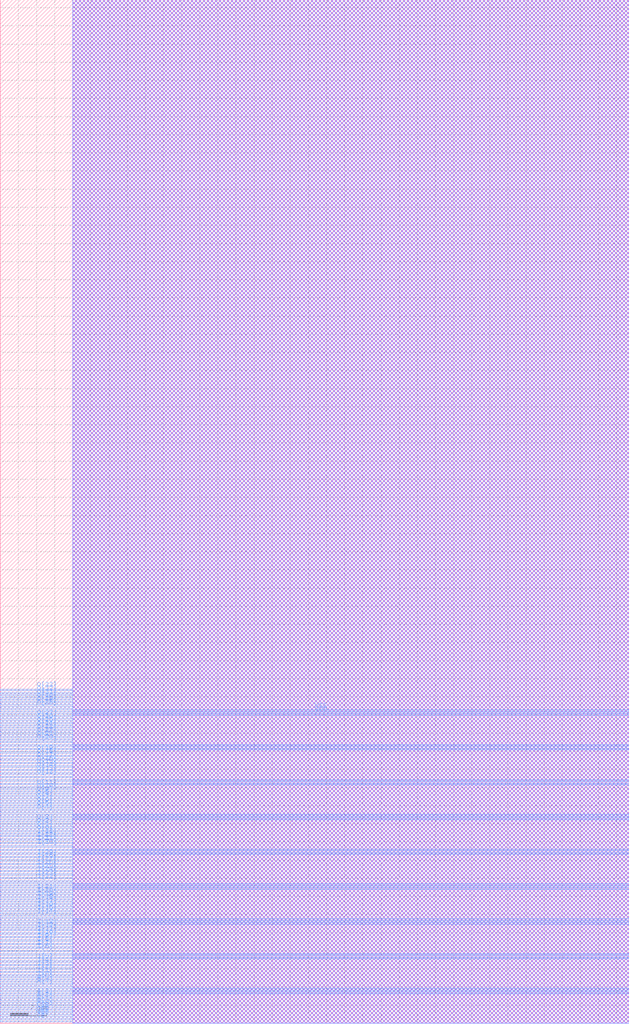
<source format=lef>
VERSION 5.6 ;
BUSBITCHARS "[]" ;
DIVIDERCHAR "/" ;

MACRO SRAM1RW64x34
  CLASS BLOCK ;
  ORIGIN 0 0 ;
  FOREIGN SRAM1RW64x34 0 0 ;
  SIZE 34.688 BY 56.44 ;
  SYMMETRY X Y ;
  SITE asap7sc7p5t ;
  PIN VDD
    DIRECTION INOUT ;
    USE POWER ;
    PORT 
      LAYER M4 ;
        RECT 0.0 1.632 34.688 1.728 ;
        RECT 0.0 3.552 34.688 3.648 ;
        RECT 0.0 5.472 34.688 5.568 ;
        RECT 0.0 7.392 34.688 7.488 ;
        RECT 0.0 9.312 34.688 9.408 ;
        RECT 0.0 11.232 34.688 11.328 ;
        RECT 0.0 13.152 34.688 13.248 ;
        RECT 0.0 15.072 34.688 15.168 ;
        RECT 0.0 16.992 34.688 17.088 ;
    END 
  END VDD
  PIN VSS
    DIRECTION INOUT ;
    USE GROUND ;
    PORT 
      LAYER M4 ;
        RECT 0.0 1.824 34.688 1.92 ;
        RECT 0.0 3.744 34.688 3.84 ;
        RECT 0.0 5.664 34.688 5.76 ;
        RECT 0.0 7.584 34.688 7.68 ;
        RECT 0.0 9.504 34.688 9.6 ;
        RECT 0.0 11.424 34.688 11.52 ;
        RECT 0.0 13.344 34.688 13.44 ;
        RECT 0.0 15.264 34.688 15.36 ;
        RECT 0.0 17.184 34.688 17.28 ;
    END 
  END VSS
  PIN CE
    DIRECTION INPUT ;
    USE SIGNAL ;
    PORT 
      LAYER M4 ;
        RECT 0.0 0.096 4.0 0.192 ;
    END 
  END CE
  PIN WEB
    DIRECTION INPUT ;
    USE SIGNAL ;
    PORT 
      LAYER M4 ;
        RECT 0.0 0.288 4.0 0.384 ;
    END 
  END WEB
  PIN OEB
    DIRECTION INPUT ;
    USE SIGNAL ;
    PORT 
      LAYER M4 ;
        RECT 0.0 0.48 4.0 0.576 ;
    END 
  END OEB
  PIN CSB
    DIRECTION INPUT ;
    USE SIGNAL ;
    PORT 
      LAYER M4 ;
        RECT 0.0 0.672 4.0 0.768 ;
    END 
  END CSB
  PIN A[0]
    DIRECTION INPUT ;
    USE SIGNAL ;
    PORT 
      LAYER M4 ;
        RECT 0.0 0.864 4.0 0.96 ;
    END 
  END A[0]
  PIN A[1]
    DIRECTION INPUT ;
    USE SIGNAL ;
    PORT 
      LAYER M4 ;
        RECT 0.0 1.056 4.0 1.152 ;
    END 
  END A[1]
  PIN A[2]
    DIRECTION INPUT ;
    USE SIGNAL ;
    PORT 
      LAYER M4 ;
        RECT 0.0 1.248 4.0 1.344 ;
    END 
  END A[2]
  PIN A[3]
    DIRECTION INPUT ;
    USE SIGNAL ;
    PORT 
      LAYER M4 ;
        RECT 0.0 1.44 4.0 1.536 ;
    END 
  END A[3]
  PIN A[4]
    DIRECTION INPUT ;
    USE SIGNAL ;
    PORT 
      LAYER M4 ;
        RECT 0.0 2.016 4.0 2.112 ;
    END 
  END A[4]
  PIN A[5]
    DIRECTION INPUT ;
    USE SIGNAL ;
    PORT 
      LAYER M4 ;
        RECT 0.0 2.208 4.0 2.304 ;
    END 
  END A[5]
  PIN I[0]
    DIRECTION INPUT ;
    USE SIGNAL ;
    PORT 
      LAYER M4 ;
        RECT 0.0 2.4 4.0 2.496 ;
    END 
  END I[0]
  PIN I[1]
    DIRECTION INPUT ;
    USE SIGNAL ;
    PORT 
      LAYER M4 ;
        RECT 0.0 2.592 4.0 2.688 ;
    END 
  END I[1]
  PIN I[2]
    DIRECTION INPUT ;
    USE SIGNAL ;
    PORT 
      LAYER M4 ;
        RECT 0.0 2.784 4.0 2.88 ;
    END 
  END I[2]
  PIN I[3]
    DIRECTION INPUT ;
    USE SIGNAL ;
    PORT 
      LAYER M4 ;
        RECT 0.0 2.976 4.0 3.072 ;
    END 
  END I[3]
  PIN I[4]
    DIRECTION INPUT ;
    USE SIGNAL ;
    PORT 
      LAYER M4 ;
        RECT 0.0 3.168 4.0 3.264 ;
    END 
  END I[4]
  PIN I[5]
    DIRECTION INPUT ;
    USE SIGNAL ;
    PORT 
      LAYER M4 ;
        RECT 0.0 3.36 4.0 3.456 ;
    END 
  END I[5]
  PIN I[6]
    DIRECTION INPUT ;
    USE SIGNAL ;
    PORT 
      LAYER M4 ;
        RECT 0.0 3.936 4.0 4.032 ;
    END 
  END I[6]
  PIN I[7]
    DIRECTION INPUT ;
    USE SIGNAL ;
    PORT 
      LAYER M4 ;
        RECT 0.0 4.128 4.0 4.224 ;
    END 
  END I[7]
  PIN I[8]
    DIRECTION INPUT ;
    USE SIGNAL ;
    PORT 
      LAYER M4 ;
        RECT 0.0 4.32 4.0 4.416 ;
    END 
  END I[8]
  PIN I[9]
    DIRECTION INPUT ;
    USE SIGNAL ;
    PORT 
      LAYER M4 ;
        RECT 0.0 4.512 4.0 4.608 ;
    END 
  END I[9]
  PIN I[10]
    DIRECTION INPUT ;
    USE SIGNAL ;
    PORT 
      LAYER M4 ;
        RECT 0.0 4.704 4.0 4.8 ;
    END 
  END I[10]
  PIN I[11]
    DIRECTION INPUT ;
    USE SIGNAL ;
    PORT 
      LAYER M4 ;
        RECT 0.0 4.896 4.0 4.992 ;
    END 
  END I[11]
  PIN I[12]
    DIRECTION INPUT ;
    USE SIGNAL ;
    PORT 
      LAYER M4 ;
        RECT 0.0 5.088 4.0 5.184 ;
    END 
  END I[12]
  PIN I[13]
    DIRECTION INPUT ;
    USE SIGNAL ;
    PORT 
      LAYER M4 ;
        RECT 0.0 5.28 4.0 5.376 ;
    END 
  END I[13]
  PIN I[14]
    DIRECTION INPUT ;
    USE SIGNAL ;
    PORT 
      LAYER M4 ;
        RECT 0.0 5.856 4.0 5.952 ;
    END 
  END I[14]
  PIN I[15]
    DIRECTION INPUT ;
    USE SIGNAL ;
    PORT 
      LAYER M4 ;
        RECT 0.0 6.048 4.0 6.144 ;
    END 
  END I[15]
  PIN I[16]
    DIRECTION INPUT ;
    USE SIGNAL ;
    PORT 
      LAYER M4 ;
        RECT 0.0 6.24 4.0 6.336 ;
    END 
  END I[16]
  PIN I[17]
    DIRECTION INPUT ;
    USE SIGNAL ;
    PORT 
      LAYER M4 ;
        RECT 0.0 6.432 4.0 6.528 ;
    END 
  END I[17]
  PIN I[18]
    DIRECTION INPUT ;
    USE SIGNAL ;
    PORT 
      LAYER M4 ;
        RECT 0.0 6.624 4.0 6.72 ;
    END 
  END I[18]
  PIN I[19]
    DIRECTION INPUT ;
    USE SIGNAL ;
    PORT 
      LAYER M4 ;
        RECT 0.0 6.816 4.0 6.912 ;
    END 
  END I[19]
  PIN I[20]
    DIRECTION INPUT ;
    USE SIGNAL ;
    PORT 
      LAYER M4 ;
        RECT 0.0 7.008 4.0 7.104 ;
    END 
  END I[20]
  PIN I[21]
    DIRECTION INPUT ;
    USE SIGNAL ;
    PORT 
      LAYER M4 ;
        RECT 0.0 7.2 4.0 7.296 ;
    END 
  END I[21]
  PIN I[22]
    DIRECTION INPUT ;
    USE SIGNAL ;
    PORT 
      LAYER M4 ;
        RECT 0.0 7.776 4.0 7.872 ;
    END 
  END I[22]
  PIN I[23]
    DIRECTION INPUT ;
    USE SIGNAL ;
    PORT 
      LAYER M4 ;
        RECT 0.0 7.968 4.0 8.064 ;
    END 
  END I[23]
  PIN I[24]
    DIRECTION INPUT ;
    USE SIGNAL ;
    PORT 
      LAYER M4 ;
        RECT 0.0 8.16 4.0 8.256 ;
    END 
  END I[24]
  PIN I[25]
    DIRECTION INPUT ;
    USE SIGNAL ;
    PORT 
      LAYER M4 ;
        RECT 0.0 8.352 4.0 8.448 ;
    END 
  END I[25]
  PIN I[26]
    DIRECTION INPUT ;
    USE SIGNAL ;
    PORT 
      LAYER M4 ;
        RECT 0.0 8.544 4.0 8.64 ;
    END 
  END I[26]
  PIN I[27]
    DIRECTION INPUT ;
    USE SIGNAL ;
    PORT 
      LAYER M4 ;
        RECT 0.0 8.736 4.0 8.832 ;
    END 
  END I[27]
  PIN I[28]
    DIRECTION INPUT ;
    USE SIGNAL ;
    PORT 
      LAYER M4 ;
        RECT 0.0 8.928 4.0 9.024 ;
    END 
  END I[28]
  PIN I[29]
    DIRECTION INPUT ;
    USE SIGNAL ;
    PORT 
      LAYER M4 ;
        RECT 0.0 9.12 4.0 9.216 ;
    END 
  END I[29]
  PIN I[30]
    DIRECTION INPUT ;
    USE SIGNAL ;
    PORT 
      LAYER M4 ;
        RECT 0.0 9.696 4.0 9.792 ;
    END 
  END I[30]
  PIN I[31]
    DIRECTION INPUT ;
    USE SIGNAL ;
    PORT 
      LAYER M4 ;
        RECT 0.0 9.888 4.0 9.984 ;
    END 
  END I[31]
  PIN I[32]
    DIRECTION INPUT ;
    USE SIGNAL ;
    PORT 
      LAYER M4 ;
        RECT 0.0 10.08 4.0 10.176 ;
    END 
  END I[32]
  PIN I[33]
    DIRECTION INPUT ;
    USE SIGNAL ;
    PORT 
      LAYER M4 ;
        RECT 0.0 10.272 4.0 10.368 ;
    END 
  END I[33]
  PIN O[0]
    DIRECTION OUTPUT ;
    USE SIGNAL ;
    PORT 
      LAYER M4 ;
        RECT 0.0 10.464 4.0 10.56 ;
    END 
  END O[0]
  PIN O[1]
    DIRECTION OUTPUT ;
    USE SIGNAL ;
    PORT 
      LAYER M4 ;
        RECT 0.0 10.656 4.0 10.752 ;
    END 
  END O[1]
  PIN O[2]
    DIRECTION OUTPUT ;
    USE SIGNAL ;
    PORT 
      LAYER M4 ;
        RECT 0.0 10.848 4.0 10.944 ;
    END 
  END O[2]
  PIN O[3]
    DIRECTION OUTPUT ;
    USE SIGNAL ;
    PORT 
      LAYER M4 ;
        RECT 0.0 11.04 4.0 11.136 ;
    END 
  END O[3]
  PIN O[4]
    DIRECTION OUTPUT ;
    USE SIGNAL ;
    PORT 
      LAYER M4 ;
        RECT 0.0 11.616 4.0 11.712 ;
    END 
  END O[4]
  PIN O[5]
    DIRECTION OUTPUT ;
    USE SIGNAL ;
    PORT 
      LAYER M4 ;
        RECT 0.0 11.808 4.0 11.904 ;
    END 
  END O[5]
  PIN O[6]
    DIRECTION OUTPUT ;
    USE SIGNAL ;
    PORT 
      LAYER M4 ;
        RECT 0.0 12.0 4.0 12.096 ;
    END 
  END O[6]
  PIN O[7]
    DIRECTION OUTPUT ;
    USE SIGNAL ;
    PORT 
      LAYER M4 ;
        RECT 0.0 12.192 4.0 12.288 ;
    END 
  END O[7]
  PIN O[8]
    DIRECTION OUTPUT ;
    USE SIGNAL ;
    PORT 
      LAYER M4 ;
        RECT 0.0 12.384 4.0 12.48 ;
    END 
  END O[8]
  PIN O[9]
    DIRECTION OUTPUT ;
    USE SIGNAL ;
    PORT 
      LAYER M4 ;
        RECT 0.0 12.576 4.0 12.672 ;
    END 
  END O[9]
  PIN O[10]
    DIRECTION OUTPUT ;
    USE SIGNAL ;
    PORT 
      LAYER M4 ;
        RECT 0.0 12.768 4.0 12.864 ;
    END 
  END O[10]
  PIN O[11]
    DIRECTION OUTPUT ;
    USE SIGNAL ;
    PORT 
      LAYER M4 ;
        RECT 0.0 12.96 4.0 13.056 ;
    END 
  END O[11]
  PIN O[12]
    DIRECTION OUTPUT ;
    USE SIGNAL ;
    PORT 
      LAYER M4 ;
        RECT 0.0 13.536 4.0 13.632 ;
    END 
  END O[12]
  PIN O[13]
    DIRECTION OUTPUT ;
    USE SIGNAL ;
    PORT 
      LAYER M4 ;
        RECT 0.0 13.728 4.0 13.824 ;
    END 
  END O[13]
  PIN O[14]
    DIRECTION OUTPUT ;
    USE SIGNAL ;
    PORT 
      LAYER M4 ;
        RECT 0.0 13.92 4.0 14.016 ;
    END 
  END O[14]
  PIN O[15]
    DIRECTION OUTPUT ;
    USE SIGNAL ;
    PORT 
      LAYER M4 ;
        RECT 0.0 14.112 4.0 14.208 ;
    END 
  END O[15]
  PIN O[16]
    DIRECTION OUTPUT ;
    USE SIGNAL ;
    PORT 
      LAYER M4 ;
        RECT 0.0 14.304 4.0 14.4 ;
    END 
  END O[16]
  PIN O[17]
    DIRECTION OUTPUT ;
    USE SIGNAL ;
    PORT 
      LAYER M4 ;
        RECT 0.0 14.496 4.0 14.592 ;
    END 
  END O[17]
  PIN O[18]
    DIRECTION OUTPUT ;
    USE SIGNAL ;
    PORT 
      LAYER M4 ;
        RECT 0.0 14.688 4.0 14.784 ;
    END 
  END O[18]
  PIN O[19]
    DIRECTION OUTPUT ;
    USE SIGNAL ;
    PORT 
      LAYER M4 ;
        RECT 0.0 14.88 4.0 14.976 ;
    END 
  END O[19]
  PIN O[20]
    DIRECTION OUTPUT ;
    USE SIGNAL ;
    PORT 
      LAYER M4 ;
        RECT 0.0 15.456 4.0 15.552 ;
    END 
  END O[20]
  PIN O[21]
    DIRECTION OUTPUT ;
    USE SIGNAL ;
    PORT 
      LAYER M4 ;
        RECT 0.0 15.648 4.0 15.744 ;
    END 
  END O[21]
  PIN O[22]
    DIRECTION OUTPUT ;
    USE SIGNAL ;
    PORT 
      LAYER M4 ;
        RECT 0.0 15.84 4.0 15.936 ;
    END 
  END O[22]
  PIN O[23]
    DIRECTION OUTPUT ;
    USE SIGNAL ;
    PORT 
      LAYER M4 ;
        RECT 0.0 16.032 4.0 16.128 ;
    END 
  END O[23]
  PIN O[24]
    DIRECTION OUTPUT ;
    USE SIGNAL ;
    PORT 
      LAYER M4 ;
        RECT 0.0 16.224 4.0 16.32 ;
    END 
  END O[24]
  PIN O[25]
    DIRECTION OUTPUT ;
    USE SIGNAL ;
    PORT 
      LAYER M4 ;
        RECT 0.0 16.416 4.0 16.512 ;
    END 
  END O[25]
  PIN O[26]
    DIRECTION OUTPUT ;
    USE SIGNAL ;
    PORT 
      LAYER M4 ;
        RECT 0.0 16.608 4.0 16.704 ;
    END 
  END O[26]
  PIN O[27]
    DIRECTION OUTPUT ;
    USE SIGNAL ;
    PORT 
      LAYER M4 ;
        RECT 0.0 16.8 4.0 16.896 ;
    END 
  END O[27]
  PIN O[28]
    DIRECTION OUTPUT ;
    USE SIGNAL ;
    PORT 
      LAYER M4 ;
        RECT 0.0 17.376 4.0 17.472 ;
    END 
  END O[28]
  PIN O[29]
    DIRECTION OUTPUT ;
    USE SIGNAL ;
    PORT 
      LAYER M4 ;
        RECT 0.0 17.568 4.0 17.664 ;
    END 
  END O[29]
  PIN O[30]
    DIRECTION OUTPUT ;
    USE SIGNAL ;
    PORT 
      LAYER M4 ;
        RECT 0.0 17.76 4.0 17.856 ;
    END 
  END O[30]
  PIN O[31]
    DIRECTION OUTPUT ;
    USE SIGNAL ;
    PORT 
      LAYER M4 ;
        RECT 0.0 17.952 4.0 18.048 ;
    END 
  END O[31]
  PIN O[32]
    DIRECTION OUTPUT ;
    USE SIGNAL ;
    PORT 
      LAYER M4 ;
        RECT 0.0 18.144 4.0 18.24 ;
    END 
  END O[32]
  PIN O[33]
    DIRECTION OUTPUT ;
    USE SIGNAL ;
    PORT 
      LAYER M4 ;
        RECT 0.0 18.336 4.0 18.432 ;
    END 
  END O[33]
  OBS 
    LAYER M1 ;
      RECT 4.0 0.0 34.688 56.44 ;
    LAYER M2 ;
      RECT 4.0 0.0 34.688 56.44 ;
    LAYER M3 ;
      RECT 4.0 0.0 34.688 56.44 ;
  END 
END SRAM1RW64x34

END LIBRARY
</source>
